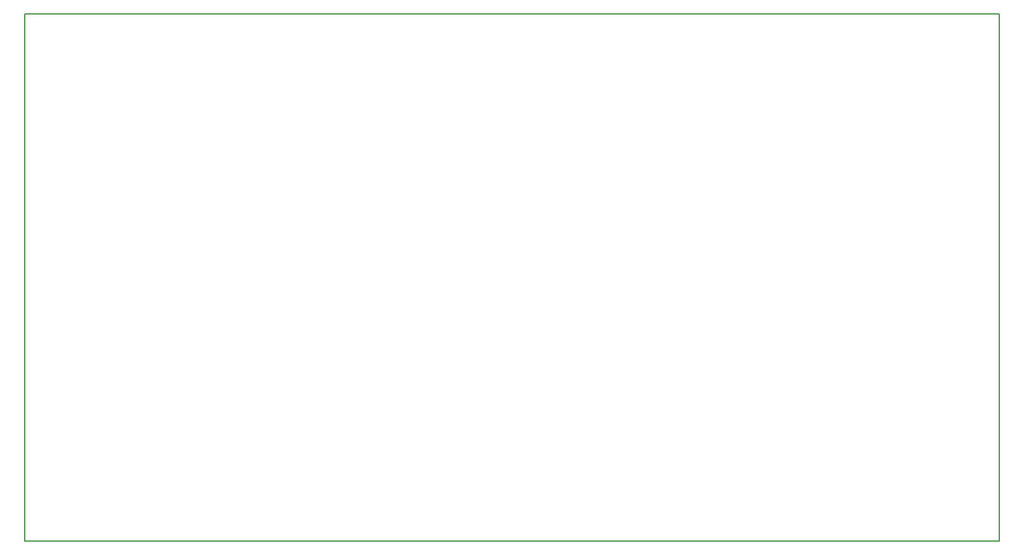
<source format=gko>
G04*
G04 #@! TF.GenerationSoftware,Altium Limited,Altium Designer,20.0.2 (26)*
G04*
G04 Layer_Color=16711935*
%FSLAX43Y43*%
%MOMM*%
G71*
G01*
G75*
%ADD13C,0.127*%
D13*
X-0Y-0D02*
X130175D01*
X-0Y70485D02*
X130175D01*
X130175Y-0D01*
X-0D02*
Y70485D01*
M02*

</source>
